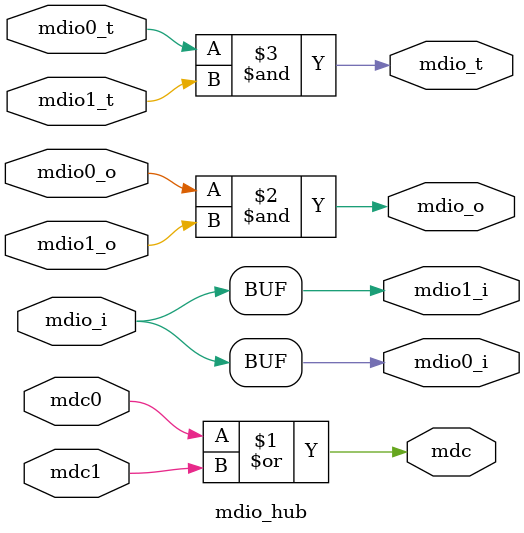
<source format=v>
`timescale 1ns / 1ps
module mdio_hub
(

    (* X_INTERFACE_INFO = "xilinx.com:interface:mdio:1.0 mdio0 MDIO_I" *) output mdio0_i,
    (* X_INTERFACE_INFO = "xilinx.com:interface:mdio:1.0 mdio0 MDIO_O" *) input  mdio0_o,
    (* X_INTERFACE_INFO = "xilinx.com:interface:mdio:1.0 mdio0 MDIO_T" *) input  mdio0_t,
    (* X_INTERFACE_INFO = "xilinx.com:interface:mdio:1.0 mdio0 MDC" *)    input  mdc0,
    
    (* X_INTERFACE_INFO = "xilinx.com:interface:mdio:1.0 mdio1 MDIO_I" *) output mdio1_i,
    (* X_INTERFACE_INFO = "xilinx.com:interface:mdio:1.0 mdio1 MDIO_O" *) input  mdio1_o,
    (* X_INTERFACE_INFO = "xilinx.com:interface:mdio:1.0 mdio1 MDIO_T" *) input  mdio1_t,
    (* X_INTERFACE_INFO = "xilinx.com:interface:mdio:1.0 mdio1 MDC" *)    input  mdc1,

    (* X_INTERFACE_INFO = "xilinx.com:interface:mdio:1.0 mdio MDIO_I" *) input  mdio_i,
    (* X_INTERFACE_INFO = "xilinx.com:interface:mdio:1.0 mdio MDIO_O" *) output mdio_o,
    (* X_INTERFACE_INFO = "xilinx.com:interface:mdio:1.0 mdio MDIO_T" *) output mdio_t,
    (* X_INTERFACE_INFO = "xilinx.com:interface:mdio:1.0 mdio MDC" *)    output mdc

);

    assign mdc = mdc0 | mdc1; // clock is driven by either of the inputs, inactive =0

    // data pin is driven by either of the inputs
    assign mdio_o = mdio0_o & mdio1_o;
    assign mdio_t = mdio0_t & mdio1_t;

    // all inputs receive the same input from chip
    assign mdio0_i = mdio_i;
    assign mdio1_i = mdio_i;

endmodule

</source>
